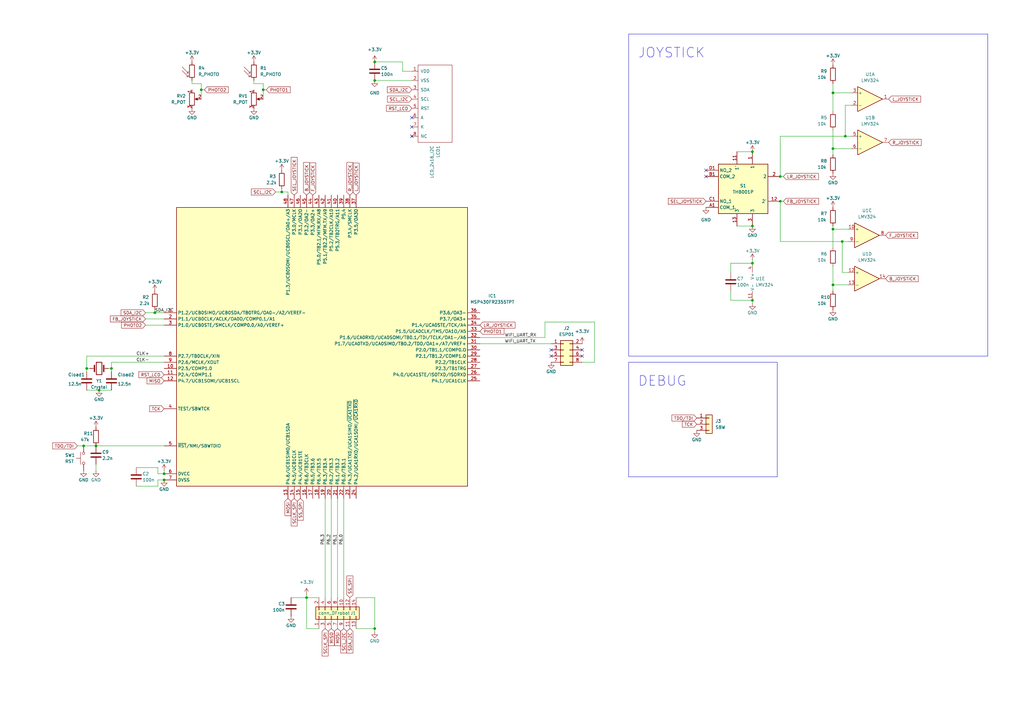
<source format=kicad_sch>
(kicad_sch (version 20230121) (generator eeschema)
  (paper "A3")
  (lib_symbols
    (symbol "Amplifier_Operational:LMV324" (pin_names (offset 0.127))
      (property "Reference" "U" (at 0 5.08 0))
      (property "Value" "LMV324" (at 0 -5.08 0))
      (symbol "LMV324_1_1"
        (polyline (pts (xy -5.08 5.08) (xy 5.08 0) (xy -5.08 -5.08) (xy -5.08 5.08)) (stroke (width 0.254)) (fill (type background)))
        (pin output line (at 7.62 0 180) (length 2.54) (name "~") (number "1"))
        (pin input line (at -7.62 -2.54 0) (length 2.54) (name "-") (number "2"))
        (pin input line (at -7.62 2.54 0) (length 2.54) (name "+") (number "3"))
      )
      (symbol "LMV324_2_1"
        (polyline (pts (xy -5.08 5.08) (xy 5.08 0) (xy -5.08 -5.08) (xy -5.08 5.08)) (stroke (width 0.254)) (fill (type background)))
        (pin input line (at -7.62 2.54 0) (length 2.54) (name "+") (number "5"))
        (pin input line (at -7.62 -2.54 0) (length 2.54) (name "-") (number "6"))
        (pin output line (at 7.62 0 180) (length 2.54) (name "~") (number "7"))
      )
      (symbol "LMV324_3_1"
        (polyline (pts (xy -5.08 5.08) (xy 5.08 0) (xy -5.08 -5.08) (xy -5.08 5.08)) (stroke (width 0.254)) (fill (type background)))
        (pin input line (at -7.62 2.54 0) (length 2.54) (name "+") (number "10"))
        (pin output line (at 7.62 0 180) (length 2.54) (name "~") (number "8"))
        (pin input line (at -7.62 -2.54 0) (length 2.54) (name "-") (number "9"))
      )
      (symbol "LMV324_4_1"
        (polyline (pts (xy -5.08 5.08) (xy 5.08 0) (xy -5.08 -5.08) (xy -5.08 5.08)) (stroke (width 0.254)) (fill (type background)))
        (pin input line (at -7.62 2.54 0) (length 2.54) (name "+") (number "12"))
        (pin input line (at -7.62 -2.54 0) (length 2.54) (name "-") (number "13"))
        (pin output line (at 7.62 0 180) (length 2.54) (name "~") (number "14"))
      )
      (symbol "LMV324_5_1"
        (pin power_in line (at -2.54 -7.62 90) (length 3.81) (name "V-") (number "11"))
        (pin power_in line (at -2.54 7.62 270) (length 3.81) (name "V+") (number "4"))
      )
    )
    (symbol "Connector_Generic:Conn_01x03" (pin_names (offset 1.016) hide)
      (property "Reference" "J" (at 0 5.08 0))
      (property "Value" "Conn_01x03" (at 0 -5.08 0))
      (symbol "Conn_01x03_1_1"
        (rectangle (start -1.27 -2.413) (end 0 -2.667) (stroke (width 0.1524)))
        (rectangle (start -1.27 0.127) (end 0 -0.127) (stroke (width 0.1524)))
        (rectangle (start -1.27 2.667) (end 0 2.413) (stroke (width 0.1524)))
        (rectangle (start -1.27 3.81) (end 1.27 -3.81) (stroke (width 0.254)) (fill (type background)))
        (pin passive line (at -5.08 2.54 0) (length 3.81) (name "Pin_1") (number "1"))
        (pin passive line (at -5.08 0 0) (length 3.81) (name "Pin_2") (number "2"))
        (pin passive line (at -5.08 -2.54 0) (length 3.81) (name "Pin_3") (number "3"))
      )
    )
    (symbol "Connector_Generic:Conn_02x04_Odd_Even" (pin_names (offset 1.016) hide)
      (property "Reference" "J" (at 1.27 5.08 0))
      (property "Value" "Conn_02x04_Odd_Even" (at 1.27 -7.62 0))
      (symbol "Conn_02x04_Odd_Even_1_1"
        (rectangle (start -1.27 -4.953) (end 0 -5.207) (stroke (width 0.1524)))
        (rectangle (start -1.27 -2.413) (end 0 -2.667) (stroke (width 0.1524)))
        (rectangle (start -1.27 0.127) (end 0 -0.127) (stroke (width 0.1524)))
        (rectangle (start -1.27 2.667) (end 0 2.413) (stroke (width 0.1524)))
        (rectangle (start -1.27 3.81) (end 3.81 -6.35) (stroke (width 0.254)) (fill (type background)))
        (rectangle (start 3.81 -4.953) (end 2.54 -5.207) (stroke (width 0.1524)))
        (rectangle (start 3.81 -2.413) (end 2.54 -2.667) (stroke (width 0.1524)))
        (rectangle (start 3.81 0.127) (end 2.54 -0.127) (stroke (width 0.1524)))
        (rectangle (start 3.81 2.667) (end 2.54 2.413) (stroke (width 0.1524)))
        (pin passive line (at -5.08 2.54 0) (length 3.81) (name "Pin_1") (number "1"))
        (pin passive line (at 7.62 2.54 180) (length 3.81) (name "Pin_2") (number "2"))
        (pin passive line (at -5.08 0 0) (length 3.81) (name "Pin_3") (number "3"))
        (pin passive line (at 7.62 0 180) (length 3.81) (name "Pin_4") (number "4"))
        (pin passive line (at -5.08 -2.54 0) (length 3.81) (name "Pin_5") (number "5"))
        (pin passive line (at 7.62 -2.54 180) (length 3.81) (name "Pin_6") (number "6"))
        (pin passive line (at -5.08 -5.08 0) (length 3.81) (name "Pin_7") (number "7"))
        (pin passive line (at 7.62 -5.08 180) (length 3.81) (name "Pin_8") (number "8"))
      )
    )
    (symbol "Device:C" (pin_numbers hide) (pin_names (offset 0.254))
      (property "Reference" "C" (at 0.635 2.54 0))
      (property "Value" "C" (at 0.635 -2.54 0))
      (symbol "C_0_1"
        (polyline (pts (xy -2.032 -0.762) (xy 2.032 -0.762)) (stroke (width 0.508)))
        (polyline (pts (xy -2.032 0.762) (xy 2.032 0.762)) (stroke (width 0.508)))
      )
      (symbol "C_1_1"
        (pin passive line (at 0 3.81 270) (length 2.794) (name "~") (number "1"))
        (pin passive line (at 0 -3.81 90) (length 2.794) (name "~") (number "2"))
      )
    )
    (symbol "Device:Crystal" (pin_numbers hide) (pin_names (offset 1.016) hide)
      (property "Reference" "Y" (at 0 3.81 0))
      (property "Value" "Crystal" (at 0 -3.81 0))
      (symbol "Crystal_0_1"
        (rectangle (start -1.143 2.54) (end 1.143 -2.54) (stroke (width 0.3048)))
        (polyline (pts (xy -2.54 0) (xy -1.905 0)))
        (polyline (pts (xy -1.905 -1.27) (xy -1.905 1.27)) (stroke (width 0.508)))
        (polyline (pts (xy 1.905 -1.27) (xy 1.905 1.27)) (stroke (width 0.508)))
        (polyline (pts (xy 2.54 0) (xy 1.905 0)))
      )
      (symbol "Crystal_1_1"
        (pin passive line (at -3.81 0 0) (length 1.27) (name "1") (number "1"))
        (pin passive line (at 3.81 0 180) (length 1.27) (name "2") (number "2"))
      )
    )
    (symbol "Device:R" (pin_numbers hide) (pin_names (offset 0))
      (property "Reference" "R" (at 2.032 0 90))
      (property "Value" "R" (at 0 0 90))
      (symbol "R_0_1"
        (rectangle (start -1.016 -2.54) (end 1.016 2.54) (stroke (width 0.254)))
      )
      (symbol "R_1_1"
        (pin passive line (at 0 3.81 270) (length 1.27) (name "~") (number "1"))
        (pin passive line (at 0 -3.81 90) (length 1.27) (name "~") (number "2"))
      )
    )
    (symbol "MiSE:LCD_2x16_I2C" (pin_names (offset 1.016))
      (property "Reference" "LCD" (at 2.54 -7.62 0))
      (property "Value" "LCD_2x16_I2C" (at 2.54 -11.43 0))
      (symbol "LCD_2x16_I2C_0_1"
        (rectangle (start -12.7 -6.35) (end 19.05 -20.32))
      )
      (symbol "LCD_2x16_I2C_1_1"
        (pin power_in line (at -10.16 -22.86 90) (length 2.54) (name "VDD") (number "1"))
        (pin power_in line (at -6.35 -22.86 90) (length 2.54) (name "VSS") (number "2"))
        (pin bidirectional line (at -2.54 -22.86 90) (length 2.54) (name "SDA") (number "3"))
        (pin input line (at 1.27 -22.86 90) (length 2.54) (name "SCL") (number "4"))
        (pin input line (at 5.08 -22.86 90) (length 2.54) (name "RST") (number "5"))
        (pin power_in line (at 8.89 -22.86 90) (length 2.54) (name "A") (number "6"))
        (pin power_in line (at 12.7 -22.86 90) (length 2.54) (name "K") (number "7"))
        (pin no_connect line (at 16.51 -22.86 90) (length 2.54) (name "NC") (number "8"))
      )
    )
    (symbol "MiSE:MSP430FR2355TPT"
      (property "Reference" "IC1" (at 134.62 6.9281 0))
      (property "Value" "MSP430FR2355TPT" (at 134.62 4.3881 0))
      (symbol "MSP430FR2355TPT_1_1"
        (rectangle (start 5.08 43.18) (end 124.46 -71.12) (stroke (width 0.254)) (fill (type background)))
        (pin passive line (at 0 0 0) (length 5.08) (name "P1.2/UCB0SIMO/UCB0SDA/TB0TRG/OA0-/A2/VEREF-") (number "1"))
        (pin passive line (at 0 -22.86 0) (length 5.08) (name "P2.5/COMP1.0") (number "10"))
        (pin passive line (at 0 -25.4 0) (length 5.08) (name "P2.4/COMP1.1") (number "11"))
        (pin passive line (at 0 -27.94 0) (length 5.08) (name "P4.7/UCB1SOMI/UCB1SCL") (number "12"))
        (pin passive line (at 50.8 -76.2 90) (length 5.08) (name "P4.6/UCB1SIMO/UCB1SDA") (number "13"))
        (pin passive line (at 53.34 -76.2 90) (length 5.08) (name "P4.5/UCB1CLK") (number "14"))
        (pin passive line (at 55.88 -76.2 90) (length 5.08) (name "P4.4/UCB1STE") (number "15"))
        (pin passive line (at 58.42 -76.2 90) (length 5.08) (name "P6.6/TB3CLK") (number "16"))
        (pin passive line (at 60.96 -76.2 90) (length 5.08) (name "P6.5/TB3.6") (number "17"))
        (pin passive line (at 63.5 -76.2 90) (length 5.08) (name "P6.4/TB3.5") (number "18"))
        (pin passive line (at 66.04 -76.2 90) (length 5.08) (name "P6.3/TB3.4") (number "19"))
        (pin passive line (at 0 -2.54 0) (length 5.08) (name "P1.1/UCB0CLK/ACLK/OA0O/COMP0.1/A1") (number "2"))
        (pin passive line (at 68.58 -76.2 90) (length 5.08) (name "P6.2/TB3.3") (number "20"))
        (pin passive line (at 71.12 -76.2 90) (length 5.08) (name "P6.1/TB3.2") (number "21"))
        (pin passive line (at 73.66 -76.2 90) (length 5.08) (name "P6.0/TB3.1") (number "22"))
        (pin passive line (at 76.2 -76.2 90) (length 5.08) (name "P4.3/UCA1TXD/UCA1SIMO/~{UCA1TXD}") (number "23"))
        (pin passive line (at 78.74 -76.2 90) (length 5.08) (name "P4.2/UCA1RXD/UCA1SOMI/~{UCA1RXD}") (number "24"))
        (pin passive line (at 129.54 -27.94 180) (length 5.08) (name "P4.1/UCA1CLK") (number "25"))
        (pin passive line (at 129.54 -25.4 180) (length 5.08) (name "P4.0/UCA1STE/ISOTXD/ISORXD") (number "26"))
        (pin passive line (at 129.54 -22.86 180) (length 5.08) (name "P2.3/TB1TRG") (number "27"))
        (pin passive line (at 129.54 -20.32 180) (length 5.08) (name "P2.2/TB1CLK") (number "28"))
        (pin passive line (at 129.54 -17.78 180) (length 5.08) (name "P2.1/TB1.2/COMP1.O") (number "29"))
        (pin passive line (at 0 -5.08 0) (length 5.08) (name "P1.0/UCB0STE/SMCLK/COMP0.0/A0/VEREF+") (number "3"))
        (pin passive line (at 129.54 -15.24 180) (length 5.08) (name "P2.0/TB1.1/COMP0.O") (number "30"))
        (pin passive line (at 129.54 -12.7 180) (length 5.08) (name "P1.7/UCA0TXD/UCA0SIMO/TB0.2/TDO/OA1+/A7/VREF+") (number "31"))
        (pin passive line (at 129.54 -10.16 180) (length 5.08) (name "P1.6/UCA0RXD/UCA0SOMI/TB0.1/TDI/TCLK/OA1-/A6") (number "32"))
        (pin passive line (at 129.54 -7.62 180) (length 5.08) (name "P1.5/UCA0CLK/TMS/OA1O/A5") (number "33"))
        (pin passive line (at 129.54 -5.08 180) (length 5.08) (name "P1.4/UCA0STE/TCK/A4") (number "34"))
        (pin passive line (at 129.54 -2.54 180) (length 5.08) (name "P3.7/OA3+") (number "35"))
        (pin passive line (at 129.54 0 180) (length 5.08) (name "P3.6/OA3-") (number "36"))
        (pin passive line (at 78.74 48.26 270) (length 5.08) (name "P3.5/OA3O") (number "37"))
        (pin passive line (at 76.2 48.26 270) (length 5.08) (name "P3.4/SMCLK") (number "38"))
        (pin passive line (at 73.66 48.26 270) (length 5.08) (name "P5.4") (number "39"))
        (pin passive line (at 0 -39.37 0) (length 5.08) (name "TEST/SBWTCK") (number "4"))
        (pin passive line (at 71.12 48.26 270) (length 5.08) (name "P5.3/TB2TRG/A11") (number "40"))
        (pin passive line (at 68.58 48.26 270) (length 5.08) (name "P5.2/TB2CLK/A10") (number "41"))
        (pin passive line (at 66.04 48.26 270) (length 5.08) (name "P5.1/TB2.2/MFM.TX/A9") (number "42"))
        (pin passive line (at 63.5 48.26 270) (length 5.08) (name "P5.0/TB2.1/MFM.RX/A8") (number "43"))
        (pin passive line (at 60.96 48.26 270) (length 5.08) (name "P3.3/OA2+") (number "44"))
        (pin passive line (at 58.42 48.26 270) (length 5.08) (name "P3.2/OA2-") (number "45"))
        (pin passive line (at 55.88 48.26 270) (length 5.08) (name "P3.1/OA2O") (number "46"))
        (pin passive line (at 53.34 48.26 270) (length 5.08) (name "P3.0/MCLK") (number "47"))
        (pin passive line (at 50.8 48.26 270) (length 5.08) (name "P1.3/UCB0SOMI/UCB0SCL/OA0+/A3") (number "48"))
        (pin passive line (at 0 -54.61 0) (length 5.08) (name "~{RST}/NMI/SBWTDIO") (number "5"))
        (pin passive line (at 0 -66.04 0) (length 5.08) (name "DVCC") (number "6"))
        (pin passive line (at 0 -68.58 0) (length 5.08) (name "DVSS") (number "7"))
        (pin passive line (at 0 -17.78 0) (length 5.08) (name "P2.7/TB0CLK/XIN") (number "8"))
        (pin passive line (at 0 -20.32 0) (length 5.08) (name "P2.6/MCLK/XOUT") (number "9"))
      )
    )
    (symbol "MiSE:R_PHOTO-Device" (pin_numbers hide) (pin_names (offset 0))
      (property "Reference" "R" (at 1.27 1.27 0))
      (property "Value" "Device_R_PHOTO" (at 1.27 0 0))
      (symbol "R_PHOTO-Device_0_1"
        (rectangle (start -1.016 2.54) (end 1.016 -2.54) (stroke (width 0.254)))
        (polyline (pts (xy -1.524 -2.286) (xy -4.064 0.254)))
        (polyline (pts (xy -1.524 -2.286) (xy -2.286 -2.286)))
        (polyline (pts (xy -1.524 -2.286) (xy -1.524 -1.524)))
        (polyline (pts (xy -1.524 -0.762) (xy -4.064 1.778)))
        (polyline (pts (xy -1.524 -0.762) (xy -2.286 -0.762)))
        (polyline (pts (xy -1.524 -0.762) (xy -1.524 0)))
      )
      (symbol "R_PHOTO-Device_1_1"
        (pin passive line (at 0 3.81 270) (length 1.27) (name "~") (number "1"))
        (pin passive line (at 0 -3.81 90) (length 1.27) (name "~") (number "2"))
      )
    )
    (symbol "MiSE:R_POT-Device" (pin_names (offset 1.016) hide)
      (property "Reference" "RV" (at -4.445 0 90))
      (property "Value" "Device_R_POT" (at -2.54 0 90))
      (symbol "R_POT-Device_0_1"
        (polyline (pts (xy 2.54 0) (xy 1.524 0)))
        (polyline (pts (xy 1.143 0) (xy 2.286 0.508) (xy 2.286 -0.508) (xy 1.143 0)) (fill (type outline)))
        (rectangle (start 1.016 2.54) (end -1.016 -2.54) (stroke (width 0.254)))
      )
      (symbol "R_POT-Device_1_1"
        (pin passive line (at 0 3.81 270) (length 1.27) (name "1") (number "1"))
        (pin passive line (at 3.81 0 180) (length 1.27) (name "2") (number "2"))
        (pin passive line (at 0 -3.81 90) (length 1.27) (name "3") (number "3"))
      )
    )
    (symbol "MiSE:THB001P"
      (property "Reference" "S1" (at 15.24 -6.35 0))
      (property "Value" "THB001P" (at 15.24 -8.89 0))
      (symbol "THB001P_1_1"
        (rectangle (start 5.08 2.54) (end 25.4 -17.78) (stroke (width 0.254)) (fill (type background)))
        (pin passive line (at 11.43 7.62 270) (length 5.08) (name "1") (number "1"))
        (pin passive line (at 17.78 7.62 270) (length 5.08) (name "1'") (number "11"))
        (pin passive line (at 0 -12.7 0) (length 5.08) (name "2'") (number "12"))
        (pin passive line (at 17.78 -22.86 90) (length 5.08) (name "3'") (number "13"))
        (pin passive line (at 0 -2.54 0) (length 5.08) (name "2") (number "2"))
        (pin passive line (at 11.43 -22.86 90) (length 5.08) (name "3") (number "3"))
        (pin passive line (at 30.48 -15.24 180) (length 5.08) (name "COM_1") (number "A1"))
        (pin passive line (at 30.48 -2.54 180) (length 5.08) (name "COM_2") (number "B1"))
        (pin passive line (at 30.48 -12.7 180) (length 5.08) (name "NO_1") (number "C1"))
        (pin passive line (at 30.48 0 180) (length 5.08) (name "NO_2") (number "D1"))
      )
    )
    (symbol "MiSE:conn_DFrobot" (pin_names (offset 1.016) hide)
      (property "Reference" "J" (at 1.27 10.16 0))
      (property "Value" "conn_DFrobot" (at 1.27 -10.16 0))
      (symbol "conn_DFrobot_1_1"
        (rectangle (start -1.27 -7.493) (end 0 -7.747) (stroke (width 0.1524)))
        (rectangle (start -1.27 -4.953) (end 0 -5.207) (stroke (width 0.1524)))
        (rectangle (start -1.27 -2.413) (end 0 -2.667) (stroke (width 0.1524)))
        (rectangle (start -1.27 0.127) (end 0 -0.127) (stroke (width 0.1524)))
        (rectangle (start -1.27 2.667) (end 0 2.413) (stroke (width 0.1524)))
        (rectangle (start -1.27 5.207) (end 0 4.953) (stroke (width 0.1524)))
        (rectangle (start -1.27 7.747) (end 0 7.493) (stroke (width 0.1524)))
        (rectangle (start -1.27 8.89) (end 3.81 -8.89) (stroke (width 0.254)) (fill (type background)))
        (rectangle (start 3.81 -7.493) (end 2.54 -7.747) (stroke (width 0.1524)))
        (rectangle (start 3.81 -4.953) (end 2.54 -5.207) (stroke (width 0.1524)))
        (rectangle (start 3.81 -2.413) (end 2.54 -2.667) (stroke (width 0.1524)))
        (rectangle (start 3.81 0.127) (end 2.54 -0.127) (stroke (width 0.1524)))
        (rectangle (start 3.81 2.667) (end 2.54 2.413) (stroke (width 0.1524)))
        (rectangle (start 3.81 5.207) (end 2.54 4.953) (stroke (width 0.1524)))
        (rectangle (start 3.81 7.747) (end 2.54 7.493) (stroke (width 0.1524)))
        (pin passive line (at -5.08 7.62 0) (length 3.81) (name "Pin_1") (number "1"))
        (pin passive line (at 7.62 -2.54 180) (length 3.81) (name "Pin_10") (number "10"))
        (pin passive line (at -5.08 -5.08 0) (length 3.81) (name "Pin_11") (number "11"))
        (pin passive line (at 7.62 -5.08 180) (length 3.81) (name "Pin_12") (number "12"))
        (pin passive line (at -5.08 -7.62 0) (length 3.81) (name "Pin_13") (number "13"))
        (pin passive line (at 7.62 -7.62 180) (length 3.81) (name "Pin_14") (number "14"))
        (pin passive line (at 7.62 7.62 180) (length 3.81) (name "Pin_2") (number "2"))
        (pin passive line (at -5.08 5.08 0) (length 3.81) (name "Pin_3") (number "3"))
        (pin passive line (at 7.62 5.08 180) (length 3.81) (name "Pin_4") (number "4"))
        (pin passive line (at -5.08 2.54 0) (length 3.81) (name "Pin_5") (number "5"))
        (pin passive line (at 7.62 2.54 180) (length 3.81) (name "Pin_6") (number "6"))
        (pin passive line (at -5.08 0 0) (length 3.81) (name "Pin_7") (number "7"))
        (pin passive line (at 7.62 0 180) (length 3.81) (name "Pin_8") (number "8"))
        (pin passive line (at -5.08 -2.54 0) (length 3.81) (name "Pin_9") (number "9"))
      )
    )
    (symbol "Switch:SW_Push" (pin_numbers hide) (pin_names (offset 1.016) hide)
      (property "Reference" "SW" (at 1.27 2.54 0))
      (property "Value" "SW_Push" (at 0 -1.524 0))
      (symbol "SW_Push_0_1"
        (circle (center -2.032 0) (radius 0.508))
        (polyline (pts (xy 0 1.27) (xy 0 3.048)))
        (polyline (pts (xy 2.54 1.27) (xy -2.54 1.27)))
        (circle (center 2.032 0) (radius 0.508))
        (pin passive line (at -5.08 0 0) (length 2.54) (name "1") (number "1"))
        (pin passive line (at 5.08 0 180) (length 2.54) (name "2") (number "2"))
      )
    )
    (symbol "power:+3.3V" (power) (pin_names (offset 0))
      (property "Value" "+3.3V" (at 0 3.556 0))
      (symbol "+3.3V_0_1"
        (polyline (pts (xy -0.762 1.27) (xy 0 2.54)))
        (polyline (pts (xy 0 0) (xy 0 2.54)))
        (polyline (pts (xy 0 2.54) (xy 0.762 1.27)))
      )
      (symbol "+3.3V_1_1"
        (pin power_in line (at 0 0 90) (length 0) hide (name "+3.3V") (number "1"))
      )
    )
    (symbol "power:GND" (power) (pin_names (offset 0))
      (property "Value" "GND" (at 0 -3.81 0))
      (symbol "GND_0_1"
        (polyline (pts (xy 0 0) (xy 0 -1.27) (xy 1.27 -1.27) (xy 0 -2.54) (xy -1.27 -1.27) (xy 0 -1.27)))
      )
      (symbol "GND_1_1"
        (pin power_in line (at 0 0 270) (length 0) hide (name "GND") (number "1"))
      )
    )
  )
  (junction (at 115.57 78.74))
  (junction (at 341.63 116.84))
  (junction (at 107.95 36.83))
  (junction (at 346.71 55.88))
  (junction (at 308.61 92.71))
  (junction (at 153.67 33.02))
  (junction (at 345.44 99.06))
  (junction (at 308.61 62.23))
  (junction (at 341.63 60.96))
  (junction (at 39.37 182.88))
  (junction (at 320.04 72.39))
  (junction (at 63.5 128.27))
  (junction (at 153.67 257.81))
  (junction (at 40.64 160.02))
  (junction (at 153.67 25.4))
  (junction (at 67.31 194.31))
  (junction (at 341.63 93.98))
  (junction (at 34.29 182.88))
  (junction (at 82.55 36.83))
  (junction (at 308.61 107.95))
  (junction (at 35.56 151.13))
  (junction (at 45.72 151.13))
  (junction (at 308.61 123.19))
  (junction (at 125.73 245.11))
  (junction (at 341.63 38.1))
  (junction (at 320.04 82.55))
  (junction (at 67.31 196.85))
  (no_connect (at 168.91 52.07))
  (no_connect (at 168.91 55.88))
  (no_connect (at 289.56 69.85))
  (no_connect (at 238.76 143.51))
  (no_connect (at 168.91 48.26))
  (no_connect (at 226.06 146.05))
  (no_connect (at 238.76 146.05))
  (no_connect (at 226.06 143.51))
  (no_connect (at 289.56 72.39))
  (wire (pts (xy 341.63 60.96) (xy 341.63 63.5)))
  (wire (pts (xy 125.73 245.11) (xy 119.38 245.11)))
  (wire (pts (xy 349.25 60.96) (xy 341.63 60.96)))
  (wire (pts (xy 40.64 160.02) (xy 45.72 160.02)))
  (wire (pts (xy 320.04 72.39) (xy 321.31 72.39)))
  (wire (pts (xy 341.63 109.22) (xy 341.63 116.84)))
  (wire (pts (xy 34.29 182.88) (xy 39.37 182.88)))
  (wire (pts (xy 59.69 128.27) (xy 63.5 128.27)))
  (wire (pts (xy 138.43 204.47) (xy 138.43 245.11)))
  (wire (pts (xy 125.73 243.84) (xy 125.73 245.11)))
  (wire (pts (xy 320.04 55.88) (xy 346.71 55.88)))
  (wire (pts (xy 140.97 204.47) (xy 140.97 245.11)))
  (wire (pts (xy 64.77 194.31) (xy 67.31 194.31)))
  (wire (pts (xy 55.88 191.77) (xy 64.77 191.77)))
  (wire (pts (xy 341.63 53.34) (xy 341.63 60.96)))
  (wire (pts (xy 165.1 25.4) (xy 153.67 25.4)))
  (wire (pts (xy 153.67 257.81) (xy 153.67 259.08)))
  (wire (pts (xy 118.11 78.74) (xy 118.11 80.01)))
  (wire (pts (xy 45.72 148.59) (xy 45.72 151.13)))
  (wire (pts (xy 341.63 34.29) (xy 341.63 38.1)))
  (wire (pts (xy 133.35 204.47) (xy 133.35 245.11)))
  (wire (pts (xy 125.73 245.11) (xy 125.73 257.81)))
  (wire (pts (xy 64.77 191.77) (xy 64.77 194.31)))
  (wire (pts (xy 341.63 38.1) (xy 341.63 45.72)))
  (wire (pts (xy 341.63 38.1) (xy 349.25 38.1)))
  (wire (pts (xy 83.82 36.83) (xy 82.55 36.83)))
  (wire (pts (xy 346.71 55.88) (xy 349.25 55.88)))
  (wire (pts (xy 130.81 257.81) (xy 125.73 257.81)))
  (wire (pts (xy 39.37 193.04) (xy 39.37 190.5)))
  (wire (pts (xy 345.44 111.76) (xy 347.98 111.76)))
  (wire (pts (xy 146.05 257.81) (xy 153.67 257.81)))
  (wire (pts (xy 39.37 182.88) (xy 67.31 182.88)))
  (wire (pts (xy 223.52 138.43) (xy 223.52 132.08)))
  (wire (pts (xy 67.31 148.59) (xy 45.72 148.59)))
  (wire (pts (xy 196.85 140.97) (xy 226.06 140.97)))
  (wire (pts (xy 243.84 148.59) (xy 238.76 148.59)))
  (wire (pts (xy 349.25 43.18) (xy 346.71 43.18)))
  (wire (pts (xy 78.74 34.29) (xy 82.55 34.29)))
  (wire (pts (xy 153.67 245.11) (xy 153.67 257.81)))
  (wire (pts (xy 55.88 199.39) (xy 64.77 199.39)))
  (wire (pts (xy 320.04 82.55) (xy 321.31 82.55)))
  (wire (pts (xy 82.55 36.83) (xy 82.55 40.64)))
  (wire (pts (xy 345.44 99.06) (xy 345.44 111.76)))
  (wire (pts (xy 35.56 151.13) (xy 35.56 152.4)))
  (wire (pts (xy 165.1 29.21) (xy 165.1 25.4)))
  (wire (pts (xy 341.63 92.71) (xy 341.63 93.98)))
  (wire (pts (xy 299.72 107.95) (xy 308.61 107.95)))
  (wire (pts (xy 113.03 78.74) (xy 115.57 78.74)))
  (wire (pts (xy 67.31 146.05) (xy 35.56 146.05)))
  (wire (pts (xy 115.57 77.47) (xy 115.57 78.74)))
  (wire (pts (xy 104.14 34.29) (xy 104.14 33.02)))
  (wire (pts (xy 308.61 92.71) (xy 302.26 92.71)))
  (wire (pts (xy 341.63 119.38) (xy 341.63 116.84)))
  (wire (pts (xy 341.63 116.84) (xy 347.98 116.84)))
  (wire (pts (xy 320.04 82.55) (xy 320.04 99.06)))
  (wire (pts (xy 146.05 245.11) (xy 153.67 245.11)))
  (wire (pts (xy 109.22 36.83) (xy 107.95 36.83)))
  (wire (pts (xy 341.63 93.98) (xy 347.98 93.98)))
  (wire (pts (xy 115.57 78.74) (xy 118.11 78.74)))
  (wire (pts (xy 341.63 93.98) (xy 341.63 101.6)))
  (wire (pts (xy 82.55 34.29) (xy 82.55 36.83)))
  (wire (pts (xy 320.04 55.88) (xy 320.04 72.39)))
  (wire (pts (xy 64.77 199.39) (xy 64.77 196.85)))
  (wire (pts (xy 196.85 138.43) (xy 223.52 138.43)))
  (wire (pts (xy 107.95 36.83) (xy 107.95 40.64)))
  (wire (pts (xy 299.72 119.38) (xy 299.72 123.19)))
  (wire (pts (xy 308.61 106.68) (xy 308.61 107.95)))
  (wire (pts (xy 36.83 151.13) (xy 35.56 151.13)))
  (wire (pts (xy 45.72 151.13) (xy 44.45 151.13)))
  (wire (pts (xy 59.69 130.81) (xy 67.31 130.81)))
  (wire (pts (xy 107.95 34.29) (xy 107.95 36.83)))
  (wire (pts (xy 308.61 123.19) (xy 308.61 124.46)))
  (wire (pts (xy 130.81 245.11) (xy 125.73 245.11)))
  (wire (pts (xy 35.56 160.02) (xy 40.64 160.02)))
  (wire (pts (xy 347.98 99.06) (xy 345.44 99.06)))
  (wire (pts (xy 299.72 123.19) (xy 308.61 123.19)))
  (wire (pts (xy 153.67 33.02) (xy 168.91 33.02)))
  (wire (pts (xy 31.75 182.88) (xy 34.29 182.88)))
  (wire (pts (xy 45.72 151.13) (xy 45.72 152.4)))
  (wire (pts (xy 63.5 127) (xy 63.5 128.27)))
  (wire (pts (xy 243.84 132.08) (xy 243.84 148.59)))
  (wire (pts (xy 135.89 204.47) (xy 135.89 245.11)))
  (wire (pts (xy 320.04 99.06) (xy 345.44 99.06)))
  (wire (pts (xy 35.56 146.05) (xy 35.56 151.13)))
  (wire (pts (xy 67.31 194.31) (xy 67.31 193.04)))
  (wire (pts (xy 104.14 34.29) (xy 107.95 34.29)))
  (wire (pts (xy 59.69 133.35) (xy 67.31 133.35)))
  (wire (pts (xy 299.72 111.76) (xy 299.72 107.95)))
  (wire (pts (xy 308.61 62.23) (xy 302.26 62.23)))
  (wire (pts (xy 223.52 132.08) (xy 243.84 132.08)))
  (wire (pts (xy 64.77 196.85) (xy 67.31 196.85)))
  (wire (pts (xy 168.91 29.21) (xy 165.1 29.21)))
  (wire (pts (xy 63.5 128.27) (xy 67.31 128.27)))
  (wire (pts (xy 346.71 43.18) (xy 346.71 55.88)))
  (wire (pts (xy 78.74 33.02) (xy 78.74 34.29)))
  (rectangle (start 257.81 148.59) (end 318.77 195.58))
  (rectangle (start 257.81 13.97) (end 405.13 146.05))
  (text "DEBUG" (at 261.62 158.75 0) (effects (font (size 4 4)) (justify left bottom)))
  (text "JOYSTICK" (at 261.62 24.13 0) (effects (font (size 4 4)) (justify left bottom)))
  (label "P6.3" (at 133.35 223.52 90))
  (label "P6.2" (at 135.89 223.52 90))
  (label "WIFI_UART_TX" (at 207.01 140.97 0))
  (label "CLK-" (at 55.88 148.59 0))
  (label "P6.0" (at 140.97 223.52 90))
  (label "P6.1" (at 138.43 223.52 90))
  (label "CLK+" (at 55.88 146.05 0))
  (label "WIFI_UART_RX" (at 207.01 138.43 0))
  (label "SDA_I2C" (at 63.5 128.27 0))
  (global_label "LR_JOYSTICK" (shape input) (at 321.31 72.39 0) (property "Intersheetrefs" "${INTERSHEET_REFS}" (effects hide)))
  (global_label "PHOTO1" (shape input) (at 196.85 135.89 0) (property "Intersheetrefs" "${INTERSHEET_REFS}" (effects hide)))
  (global_label "B_JOYSTICK" (shape input) (at 363.22 114.3 0) (property "Intersheetrefs" "${INTERSHEET_REFS}" (effects hide)))
  (global_label "R_JOYSTICK" (shape input) (at 143.51 80.01 90) (property "Intersheetrefs" "${INTERSHEET_REFS}" (effects hide)))
  (global_label "SS_SPI" (shape input) (at 143.51 245.11 90) (property "Intersheetrefs" "${INTERSHEET_REFS}" (effects hide)))
  (global_label "RST_LCD" (shape input) (at 67.31 153.67 180) (property "Intersheetrefs" "${INTERSHEET_REFS}" (effects hide)))
  (global_label "MOSI" (shape input) (at 118.11 204.47 270) (property "Intersheetrefs" "${INTERSHEET_REFS}" (effects hide)))
  (global_label "MISO" (shape input) (at 135.89 257.81 270) (property "Intersheetrefs" "${INTERSHEET_REFS}" (effects hide)))
  (global_label "LR_JOYSTICK" (shape input) (at 196.85 133.35 0) (property "Intersheetrefs" "${INTERSHEET_REFS}" (effects hide)))
  (global_label "SEL_JOYSTICK" (shape input) (at 120.65 80.01 90) (property "Intersheetrefs" "${INTERSHEET_REFS}" (effects hide)))
  (global_label "L_JOYSTICK" (shape input) (at 146.05 80.01 90) (property "Intersheetrefs" "${INTERSHEET_REFS}" (effects hide)))
  (global_label "SCL_I2C" (shape input) (at 140.97 257.81 270) (property "Intersheetrefs" "${INTERSHEET_REFS}" (effects hide)))
  (global_label "SCLK_SPI" (shape input) (at 133.35 257.81 270) (property "Intersheetrefs" "${INTERSHEET_REFS}" (effects hide)))
  (global_label "L_JOYSTICK" (shape input) (at 364.49 40.64 0) (property "Intersheetrefs" "${INTERSHEET_REFS}" (effects hide)))
  (global_label "FB_JOYSTICK" (shape input) (at 59.69 130.81 180) (property "Intersheetrefs" "${INTERSHEET_REFS}" (effects hide)))
  (global_label "R_JOYSTICK" (shape input) (at 364.49 58.42 0) (property "Intersheetrefs" "${INTERSHEET_REFS}" (effects hide)))
  (global_label "SDA_I2C" (shape input) (at 168.91 36.83 180) (property "Intersheetrefs" "${INTERSHEET_REFS}" (effects hide)))
  (global_label "PHOTO2" (shape input) (at 83.82 36.83 0) (property "Intersheetrefs" "${INTERSHEET_REFS}" (effects hide)))
  (global_label "PHOTO1" (shape input) (at 109.22 36.83 0) (property "Intersheetrefs" "${INTERSHEET_REFS}" (effects hide)))
  (global_label "TDO{slash}TDI" (shape input) (at 31.75 182.88 180) (property "Intersheetrefs" "${INTERSHEET_REFS}" (effects hide)))
  (global_label "PHOTO2" (shape input) (at 59.69 133.35 180) (property "Intersheetrefs" "${INTERSHEET_REFS}" (effects hide)))
  (global_label "SDA_I2C" (shape input) (at 143.51 257.81 270) (property "Intersheetrefs" "${INTERSHEET_REFS}" (effects hide)))
  (global_label "F_JOYSTICK" (shape input) (at 363.22 96.52 0) (property "Intersheetrefs" "${INTERSHEET_REFS}" (effects hide)))
  (global_label "F_JOYSTICK" (shape input) (at 128.27 80.01 90) (property "Intersheetrefs" "${INTERSHEET_REFS}" (effects hide)))
  (global_label "MISO" (shape input) (at 67.31 156.21 180) (property "Intersheetrefs" "${INTERSHEET_REFS}" (effects hide)))
  (global_label "TDO{slash}TDI" (shape input) (at 285.75 171.45 180) (property "Intersheetrefs" "${INTERSHEET_REFS}" (effects hide)))
  (global_label "B_JOYSTICK" (shape input) (at 125.73 80.01 90) (property "Intersheetrefs" "${INTERSHEET_REFS}" (effects hide)))
  (global_label "SEL_JOYSTICK" (shape input) (at 289.56 82.55 180) (property "Intersheetrefs" "${INTERSHEET_REFS}" (effects hide)))
  (global_label "RST_LCD" (shape input) (at 168.91 44.45 180) (property "Intersheetrefs" "${INTERSHEET_REFS}" (effects hide)))
  (global_label "SCL_I2C" (shape input) (at 168.91 40.64 180) (property "Intersheetrefs" "${INTERSHEET_REFS}" (effects hide)))
  (global_label "TCK" (shape input) (at 285.75 173.99 180) (property "Intersheetrefs" "${INTERSHEET_REFS}" (effects hide)))
  (global_label "MOSI" (shape input) (at 138.43 257.81 270) (property "Intersheetrefs" "${INTERSHEET_REFS}" (effects hide)))
  (global_label "SS_SPI" (shape input) (at 123.19 204.47 270) (property "Intersheetrefs" "${INTERSHEET_REFS}" (effects hide)))
  (global_label "SCLK_SPI" (shape input) (at 120.65 204.47 270) (property "Intersheetrefs" "${INTERSHEET_REFS}" (effects hide)))
  (global_label "SCL_I2C" (shape input) (at 113.03 78.74 180) (property "Intersheetrefs" "${INTERSHEET_REFS}" (effects hide)))
  (global_label "SDA_I2C" (shape input) (at 59.69 128.27 180) (property "Intersheetrefs" "${INTERSHEET_REFS}" (effects hide)))
  (global_label "FB_JOYSTICK" (shape input) (at 321.31 82.55 0) (property "Intersheetrefs" "${INTERSHEET_REFS}" (effects hide)))
  (global_label "TCK" (shape input) (at 67.31 167.64 180) (property "Intersheetrefs" "${INTERSHEET_REFS}" (effects hide)))
  (symbol (lib_id "power:+3.3V") (at 238.76 140.97 0) (unit 1)
    (property "Reference" "#PWR04" (effects hide))
    (property "Value" "+3.3V" (at 238.76 135.89 0))
  )
  (symbol (lib_id "MiSE:R_PHOTO-Device") (at 104.14 29.21 0) (unit 1)
    (property "Reference" "R1" (at 106.68 27.94 0) (effects (justify left)))
    (property "Value" "R_PHOTO" (at 106.68 30.48 0) (effects (justify left)))
    (property "Footprint" "MiSE:LDR" (effects hide))
  )
  (symbol (lib_id "power:GND") (at 67.31 196.85 0) (unit 1)
    (property "Reference" "#PWR06" (effects hide))
    (property "Value" "GND" (at 67.31 200.66 0))
  )
  (symbol (lib_id "power:+3.3V") (at 104.14 25.4 0) (unit 1)
    (property "Reference" "#PWR012" (effects hide))
    (property "Value" "+3.3V" (at 104.14 21.59 0))
  )
  (symbol (lib_id "power:GND") (at 341.63 71.12 0) (mirror y) (unit 1)
    (property "Reference" "#PWR022" (effects hide))
    (property "Value" "GND" (at 341.63 74.93 0))
  )
  (symbol (lib_id "power:+3.3V") (at 125.73 243.84 0) (mirror y) (unit 1)
    (property "Reference" "#PWR02" (effects hide))
    (property "Value" "+3.3V" (at 125.73 238.76 0))
  )
  (symbol (lib_id "power:GND") (at 78.74 44.45 0) (unit 1)
    (property "Reference" "#PWR014" (effects hide))
    (property "Value" "GND" (at 78.74 48.26 0))
  )
  (symbol (lib_id "power:+3.3V") (at 78.74 25.4 0) (unit 1)
    (property "Reference" "#PWR015" (effects hide))
    (property "Value" "+3.3V" (at 78.74 21.59 0))
  )
  (symbol (lib_id "power:GND") (at 226.06 148.59 0) (unit 1)
    (property "Reference" "#PWR03" (effects hide))
    (property "Value" "GND" (at 226.06 152.4 0))
  )
  (symbol (lib_id "power:GND") (at 153.67 259.08 0) (mirror y) (unit 1)
    (property "Reference" "#PWR01" (effects hide))
    (property "Value" "GND" (at 153.67 262.89 0))
  )
  (symbol (lib_id "Amplifier_Operational:LMV324") (at 356.87 40.64 0) (unit 1)
    (property "Reference" "U1" (at 356.87 30.48 0))
    (property "Value" "LMV324" (at 356.87 33.02 0))
    (property "Footprint" "Package_SO:SOIC-14_3.9x8.7mm_P1.27mm" (effects hide))
    (property "Datasheet" "http://www.ti.com/lit/ds/symlink/lmv324.pdf" (effects hide))
  )
  (symbol (lib_id "Device:R") (at 341.63 123.19 0) (unit 1)
    (property "Reference" "R10" (at 336.55 121.92 0) (effects (justify left)))
    (property "Value" "10k" (at 335.28 124.46 0) (effects (justify left)))
    (property "Footprint" "Resistor_SMD:R_0805_2012Metric" (effects hide))
  )
  (symbol (lib_id "Device:C") (at 45.72 156.21 0) (unit 1)
    (property "Reference" "Cload2" (at 48.26 153.67 0) (effects (justify left)))
    (property "Value" "12.5n" (at 48.26 157.48 0) (effects (justify left)))
    (property "Footprint" "Capacitor_SMD:C_0805_2012Metric" (effects hide))
  )
  (symbol (lib_id "Device:C") (at 35.56 156.21 0) (unit 1)
    (property "Reference" "Cload1" (at 27.94 153.67 0) (effects (justify left)))
    (property "Value" "12.5n" (at 27.94 157.48 0) (effects (justify left)))
    (property "Footprint" "Capacitor_SMD:C_0805_2012Metric" (effects hide))
  )
  (symbol (lib_id "power:+3.3V") (at 308.61 62.23 0) (mirror y) (unit 1)
    (property "Reference" "#PWR017" (effects hide))
    (property "Value" "+3.3V" (at 308.61 58.42 0))
  )
  (symbol (lib_id "Connector_Generic:Conn_02x04_Odd_Even") (at 231.14 143.51 0) (unit 1)
    (property "Reference" "J2" (at 232.41 134.62 0))
    (property "Value" "ESP01" (at 232.41 137.16 0))
    (property "Footprint" "Connector_PinHeader_2.54mm:PinHeader_2x04_P2.54mm_Vertical" (effects hide))
  )
  (symbol (lib_id "Device:R") (at 341.63 49.53 0) (unit 1)
    (property "Reference" "R5" (at 336.55 48.26 0) (effects (justify left)))
    (property "Value" "10k" (at 335.28 50.8 0) (effects (justify left)))
    (property "Footprint" "Resistor_SMD:R_0805_2012Metric" (effects hide))
  )
  (symbol (lib_id "Device:C") (at 55.88 195.58 0) (unit 1)
    (property "Reference" "C2" (at 58.42 194.31 0) (effects (justify left)))
    (property "Value" "100n" (at 58.42 196.85 0) (effects (justify left)))
    (property "Footprint" "Capacitor_SMD:C_0805_2012Metric" (effects hide))
  )
  (symbol (lib_id "power:GND") (at 119.38 252.73 0) (mirror y) (unit 1)
    (property "Reference" "#PWR07" (effects hide))
    (property "Value" "GND" (at 119.38 256.54 0))
  )
  (symbol (lib_id "power:GND") (at 104.14 44.45 0) (unit 1)
    (property "Reference" "#PWR013" (effects hide))
    (property "Value" "GND" (at 104.14 48.26 0))
  )
  (symbol (lib_id "power:+3.3V") (at 341.63 85.09 0) (mirror y) (unit 1)
    (property "Reference" "#PWR019" (effects hide))
    (property "Value" "+3.3V" (at 341.63 81.28 0))
  )
  (symbol (lib_id "Device:C") (at 153.67 29.21 0) (unit 1)
    (property "Reference" "C5" (at 156.21 27.94 0) (effects (justify left)))
    (property "Value" "100n" (at 156.21 30.48 0) (effects (justify left)))
    (property "Footprint" "Capacitor_SMD:C_0805_2012Metric" (effects hide))
  )
  (symbol (lib_id "Device:R") (at 341.63 67.31 0) (unit 1)
    (property "Reference" "R8" (at 336.55 66.04 0) (effects (justify left)))
    (property "Value" "10k" (at 335.28 68.58 0) (effects (justify left)))
    (property "Footprint" "Resistor_SMD:R_0805_2012Metric" (effects hide))
  )
  (symbol (lib_id "Amplifier_Operational:LMV324") (at 355.6 96.52 0) (unit 3)
    (property "Reference" "U1" (at 355.6 86.36 0))
    (property "Value" "LMV324" (at 355.6 88.9 0))
    (property "Footprint" "Package_SO:SOIC-14_3.9x8.7mm_P1.27mm" (effects hide))
    (property "Datasheet" "http://www.ti.com/lit/ds/symlink/lmv324.pdf" (effects hide))
  )
  (symbol (lib_id "Device:R") (at 341.63 30.48 0) (unit 1)
    (property "Reference" "R9" (at 336.55 29.21 0) (effects (justify left)))
    (property "Value" "10k" (at 335.28 31.75 0) (effects (justify left)))
    (property "Footprint" "Resistor_SMD:R_0805_2012Metric" (effects hide))
  )
  (symbol (lib_id "power:+3.3V") (at 63.5 119.38 0) (unit 1)
    (property "Reference" "#PWR010" (effects hide))
    (property "Value" "+3.3V" (at 63.5 115.57 0))
  )
  (symbol (lib_id "MiSE:R_POT-Device") (at 78.74 40.64 0) (unit 1)
    (property "Reference" "RV2" (at 76.2 39.37 0) (effects (justify right)))
    (property "Value" "R_POT" (at 76.2 41.91 0) (effects (justify right)))
    (property "Footprint" "MiSE:Trimmer_MiSE" (effects hide))
  )
  (symbol (lib_id "Amplifier_Operational:LMV324") (at 356.87 58.42 0) (unit 2)
    (property "Reference" "U1" (at 356.87 48.26 0))
    (property "Value" "LMV324" (at 356.87 50.8 0))
    (property "Footprint" "Package_SO:SOIC-14_3.9x8.7mm_P1.27mm" (effects hide))
    (property "Datasheet" "http://www.ti.com/lit/ds/symlink/lmv324.pdf" (effects hide))
  )
  (symbol (lib_id "power:GND") (at 308.61 92.71 0) (mirror y) (unit 1)
    (property "Reference" "#PWR018" (effects hide))
    (property "Value" "GND" (at 308.61 96.52 0))
  )
  (symbol (lib_id "Device:C") (at 119.38 248.92 0) (mirror y) (unit 1)
    (property "Reference" "C3" (at 116.84 247.65 0) (effects (justify left)))
    (property "Value" "100n" (at 116.84 250.19 0) (effects (justify left)))
    (property "Footprint" "Capacitor_SMD:C_0805_2012Metric" (effects hide))
  )
  (symbol (lib_id "MiSE:R_PHOTO-Device") (at 78.74 29.21 0) (unit 1)
    (property "Reference" "R4" (at 81.28 27.94 0) (effects (justify left)))
    (property "Value" "R_PHOTO" (at 81.28 30.48 0) (effects (justify left)))
    (property "Footprint" "MiSE:LDR" (effects hide))
  )
  (symbol (lib_id "power:GND") (at 289.56 85.09 0) (mirror y) (unit 1)
    (property "Reference" "#PWR016" (effects hide))
    (property "Value" "GND" (at 289.56 90.17 0))
  )
  (symbol (lib_id "Device:C") (at 299.72 115.57 0) (unit 1)
    (property "Reference" "C7" (at 302.26 114.3 0) (effects (justify left)))
    (property "Value" "100n" (at 302.26 116.84 0) (effects (justify left)))
    (property "Footprint" "Capacitor_SMD:C_0805_2012Metric" (effects hide))
  )
  (symbol (lib_id "power:+3.3V") (at 308.61 106.68 0) (unit 1)
    (property "Reference" "#PWR023" (effects hide))
    (property "Value" "+3.3V" (at 308.61 102.87 0))
  )
  (symbol (lib_id "MiSE:conn_DFrobot") (at 138.43 252.73 90) (unit 1)
    (property "Reference" "J1" (at 146.05 251.46 90) (effects (justify left)))
    (property "Value" "conn_DFrobot" (at 143.51 251.46 90) (effects (justify left)))
    (property "Footprint" "MiSE:conn_DFrobot" (effects hide))
  )
  (symbol (lib_id "Device:R") (at 63.5 123.19 0) (unit 1)
    (property "Reference" "R2" (at 58.42 121.92 0) (effects (justify left)))
    (property "Value" "2.2k" (at 57.15 124.46 0) (effects (justify left)))
    (property "Footprint" "Resistor_SMD:R_0805_2012Metric" (effects hide))
  )
  (symbol (lib_id "MiSE:THB001P") (at 320.04 69.85 0) (mirror y) (unit 1)
    (property "Reference" "S1" (at 304.8 76.2 0))
    (property "Value" "THB001P" (at 304.8 78.74 0))
    (property "Footprint" "MiSE:THB001P" (effects hide))
    (property "Datasheet" "https://www.ckswitches.com/media/2873/thb.pdf" (effects hide))
    (property "Height" "19.85" (effects hide))
    (property "Manufacturer_Name" "C & K COMPONENTS" (effects hide))
    (property "Manufacturer_Part_Number" "THB001P" (effects hide))
    (property "Mouser Part Number" "611-THB001P" (effects hide))
    (property "Mouser Price/Stock" "https://www.mouser.co.uk/ProductDetail/CK/THB001P?qs=OlC7AqGiEDlMaVQ%2FEBrivA%3D%3D" (effects hide))
    (property "Arrow Part Number" "THB001P" (effects hide))
    (property "Arrow Price/Stock" "https://www.arrow.com/en/products/thb001p/ck?region=nac" (effects hide))
  )
  (symbol (lib_id "MiSE:LCD_2x16_I2C") (at 191.77 39.37 270) (unit 1)
    (property "Reference" "LCD1" (at 179.705 59.69 0) (effects (justify left)))
    (property "Value" "LCD_2x16_I2C" (at 177.165 59.69 0) (effects (justify left)))
    (property "Footprint" "MiSE:LCD_2x16_I2C(Midas)" (effects hide))
  )
  (symbol (lib_id "power:GND") (at 39.37 193.04 0) (unit 1)
    (property "Reference" "#PWR027" (effects hide))
    (property "Value" "GND" (at 39.37 196.85 0))
  )
  (symbol (lib_id "Amplifier_Operational:LMV324") (at 355.6 114.3 0) (unit 4)
    (property "Reference" "U1" (at 355.6 104.14 0))
    (property "Value" "LMV324" (at 355.6 106.68 0))
    (property "Footprint" "Package_SO:SOIC-14_3.9x8.7mm_P1.27mm" (effects hide))
    (property "Datasheet" "http://www.ti.com/lit/ds/symlink/lmv324.pdf" (effects hide))
  )
  (symbol (lib_id "power:+3.3V") (at 341.63 26.67 0) (mirror y) (unit 1)
    (property "Reference" "#PWR020" (effects hide))
    (property "Value" "+3.3V" (at 341.63 22.86 0))
  )
  (symbol (lib_id "Device:R") (at 341.63 105.41 0) (unit 1)
    (property "Reference" "R6" (at 336.55 104.14 0) (effects (justify left)))
    (property "Value" "10k" (at 335.28 106.68 0) (effects (justify left)))
    (property "Footprint" "Resistor_SMD:R_0805_2012Metric" (effects hide))
  )
  (symbol (lib_id "MiSE:R_POT-Device") (at 104.14 40.64 0) (unit 1)
    (property "Reference" "RV1" (at 101.6 39.37 0) (effects (justify right)))
    (property "Value" "R_POT" (at 101.6 41.91 0) (effects (justify right)))
    (property "Footprint" "MiSE:Trimmer_MiSE" (effects hide))
  )
  (symbol (lib_id "power:GND") (at 308.61 124.46 0) (unit 1)
    (property "Reference" "#PWR024" (effects hide))
    (property "Value" "GND" (at 308.61 128.27 0))
  )
  (symbol (lib_id "power:+3.3V") (at 67.31 193.04 0) (unit 1)
    (property "Reference" "#PWR05" (effects hide))
    (property "Value" "+3.3V" (at 67.31 189.23 0))
  )
  (symbol (lib_id "power:GND") (at 40.64 160.02 0) (unit 1)
    (property "Reference" "#PWR029" (effects hide))
    (property "Value" "GND" (at 40.64 163.83 0))
  )
  (symbol (lib_id "power:+3.3V") (at 115.57 69.85 0) (unit 1)
    (property "Reference" "#PWR011" (effects hide))
    (property "Value" "+3.3V" (at 115.57 66.04 0))
  )
  (symbol (lib_id "power:+3.3V") (at 153.67 25.4 0) (unit 1)
    (property "Reference" "#PWR08" (effects hide))
    (property "Value" "+3.3V" (at 153.67 20.32 0))
  )
  (symbol (lib_id "power:GND") (at 285.75 176.53 0) (unit 1)
    (property "Reference" "#PWR028" (effects hide))
    (property "Value" "GND" (at 285.75 180.34 0))
  )
  (symbol (lib_id "Amplifier_Operational:LMV324") (at 311.15 115.57 0) (unit 5)
    (property "Reference" "U1" (at 309.88 114.3 0) (effects (justify left)))
    (property "Value" "LMV324" (at 309.88 116.84 0) (effects (justify left)))
    (property "Footprint" "Package_SO:SOIC-14_3.9x8.7mm_P1.27mm" (effects hide))
    (property "Datasheet" "http://www.ti.com/lit/ds/symlink/lmv324.pdf" (effects hide))
  )
  (symbol (lib_id "Device:Crystal") (at 40.64 151.13 0) (unit 1)
    (property "Reference" "Y1" (at 40.64 156.21 0))
    (property "Value" "Crystal" (at 40.64 158.75 0))
    (property "Footprint" "Connector_PinHeader_1.27mm:PinHeader_1x02_P1.27mm_Vertical" (effects hide))
  )
  (symbol (lib_id "Device:C") (at 39.37 186.69 0) (unit 1)
    (property "Reference" "C9" (at 41.91 185.42 0) (effects (justify left)))
    (property "Value" "2.2n" (at 41.91 187.96 0) (effects (justify left)))
    (property "Footprint" "Capacitor_SMD:C_0805_2012Metric" (effects hide))
  )
  (symbol (lib_id "MiSE:MSP430FR2355TPT") (at 67.31 128.27 0) (unit 1)
    (property "Reference" "IC1" (at 201.93 121.3419 0))
    (property "Value" "MSP430FR2355TPT" (at 201.93 123.8819 0))
    (property "Footprint" "MiSE:QFP50P900X900X160-48N" (effects hide))
    (property "Datasheet" "https://datasheet.datasheetarchive.com/originals/distributors/DKDS41/DSANUWW0029426.pdf" (effects hide))
    (property "Height" "1.6" (effects hide))
    (property "Manufacturer_Name" "Texas Instruments" (effects hide))
    (property "Manufacturer_Part_Number" "MSP430FR2355TPT" (effects hide))
    (property "Mouser Part Number" "595-MSP430FR2355TPT" (effects hide))
    (property "Mouser Price/Stock" "https://www.mouser.co.uk/ProductDetail/Texas-Instruments/MSP430FR2355TPT?qs=gTYE2QTfZfTjQOKK%2F%2Fw59A%3D%3D" (effects hide))
    (property "Arrow Part Number" "MSP430FR2355TPT" (effects hide))
    (property "Arrow Price/Stock" "https://www.arrow.com/en/products/msp430fr2355tpt/texas-instruments?region=nac" (effects hide))
  )
  (symbol (lib_id "Switch:SW_Push") (at 34.29 187.96 90) (unit 1)
    (property "Reference" "SW1" (at 26.67 186.69 90) (effects (justify right)))
    (property "Value" "RST" (at 26.67 189.23 90) (effects (justify right)))
    (property "Footprint" "Button_Switch_THT:SW_PUSH_6mm" (effects hide))
  )
  (symbol (lib_id "Device:R") (at 39.37 179.07 0) (unit 1)
    (property "Reference" "R11" (at 34.29 177.8 0) (effects (justify left)))
    (property "Value" "47k" (at 33.02 180.34 0) (effects (justify left)))
    (property "Footprint" "Resistor_SMD:R_0805_2012Metric" (effects hide))
  )
  (symbol (lib_id "Device:R") (at 341.63 88.9 0) (unit 1)
    (property "Reference" "R7" (at 336.55 87.63 0) (effects (justify left)))
    (property "Value" "10k" (at 335.28 90.17 0) (effects (justify left)))
    (property "Footprint" "Resistor_SMD:R_0805_2012Metric" (effects hide))
  )
  (symbol (lib_id "power:+3.3V") (at 39.37 175.26 0) (unit 1)
    (property "Reference" "#PWR025" (effects hide))
    (property "Value" "+3.3V" (at 39.37 171.45 0))
  )
  (symbol (lib_id "power:GND") (at 341.63 127 0) (mirror y) (unit 1)
    (property "Reference" "#PWR021" (effects hide))
    (property "Value" "GND" (at 341.63 130.81 0))
  )
  (symbol (lib_id "power:GND") (at 34.29 193.04 0) (unit 1)
    (property "Reference" "#PWR026" (effects hide))
    (property "Value" "GND" (at 34.29 196.85 0))
  )
  (symbol (lib_id "power:GND") (at 153.67 33.02 0) (unit 1)
    (property "Reference" "#PWR09" (effects hide))
    (property "Value" "GND" (at 153.67 38.1 0))
  )
  (symbol (lib_id "Connector_Generic:Conn_01x03") (at 290.83 173.99 0) (unit 1)
    (property "Reference" "J3" (at 293.37 172.72 0) (effects (justify left)))
    (property "Value" "SBW" (at 293.37 175.26 0) (effects (justify left)))
    (property "Footprint" "Connector_PinHeader_2.54mm:PinHeader_1x03_P2.54mm_Vertical" (effects hide))
  )
  (symbol (lib_id "Device:R") (at 115.57 73.66 0) (unit 1)
    (property "Reference" "R3" (at 110.49 72.39 0) (effects (justify left)))
    (property "Value" "2.2k" (at 109.22 74.93 0) (effects (justify left)))
    (property "Footprint" "Resistor_SMD:R_0805_2012Metric" (effects hide))
  )
)
</source>
